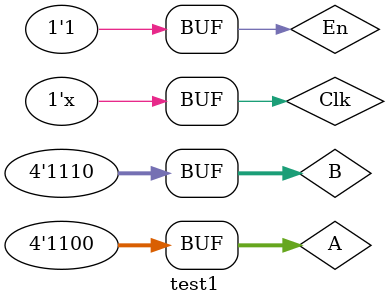
<source format=v>
`timescale 1ns / 1ps


module test1;

	// Inputs
	reg [0:3] A;
	reg [0:3] B;
	reg Clk;
	reg En;

	// Outputs
	wire [0:3] Sum;
	wire Overflow;

	// Instantiate the Unit Under Test (UUT)
	adder uut (
		.A(A), 
		.B(B), 
		.Clk(Clk), 
		.En(En), 
		.Sum(Sum), 
		.Overflow(Overflow)
	);

	initial begin
		// Initialize Inputs
		A=4'b1100;
		B=4'b1110;
		Clk=0;
		En=1;
	end
    always #10 Clk=~Clk;
	 
endmodule


</source>
